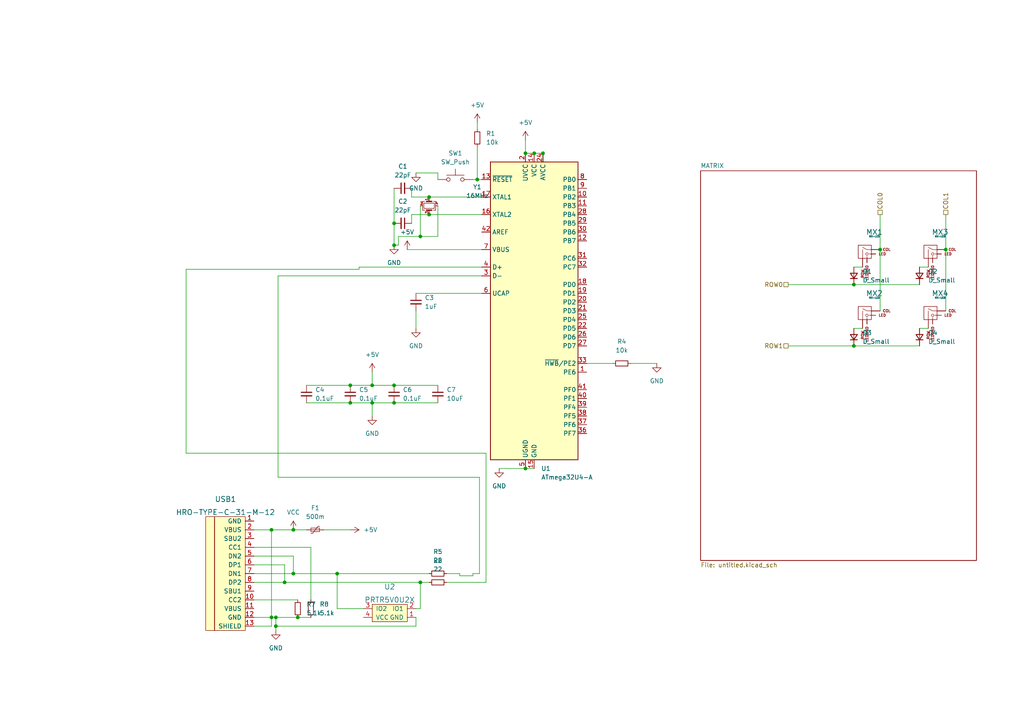
<source format=kicad_sch>
(kicad_sch (version 20211123) (generator eeschema)
  (paper "A4")
  (lib_symbols
    (symbol "Device:C_Small" (pin_numbers hide) (pin_names (offset 0.254) hide)
      (property "Reference" "C" (at 0.254 1.778 0))
      (property "Value" "C_Small" (at 0.254 -2.032 0))
      (symbol "C_Small_0_1"
        (polyline (pts (xy -1.524 -0.508) (xy 1.524 -0.508)) (stroke (width 0.3302)))
        (polyline (pts (xy -1.524 0.508) (xy 1.524 0.508)) (stroke (width 0.3048)))
      )
      (symbol "C_Small_1_1"
        (pin passive line (at 0 2.54 270) (length 2.032) (name "~") (number "1"))
        (pin passive line (at 0 -2.54 90) (length 2.032) (name "~") (number "2"))
      )
    )
    (symbol "Device:Crystal_GND24_Small" (pin_names (offset 1.016) hide)
      (property "Reference" "Y" (at 1.27 4.445 0))
      (property "Value" "Crystal_GND24_Small" (at 1.27 2.54 0))
      (symbol "Crystal_GND24_Small_0_1"
        (rectangle (start -0.762 -1.524) (end 0.762 1.524))
        (polyline (pts (xy -1.27 -0.762) (xy -1.27 0.762)) (stroke (width 0.381)))
        (polyline (pts (xy 1.27 -0.762) (xy 1.27 0.762)) (stroke (width 0.381)))
        (polyline (pts (xy -1.27 -1.27) (xy -1.27 -1.905) (xy 1.27 -1.905) (xy 1.27 -1.27)))
        (polyline (pts (xy -1.27 1.27) (xy -1.27 1.905) (xy 1.27 1.905) (xy 1.27 1.27)))
      )
      (symbol "Crystal_GND24_Small_1_1"
        (pin passive line (at -2.54 0 0) (length 1.27) (name "1") (number "1"))
        (pin passive line (at 0 -2.54 90) (length 0.635) (name "2") (number "2"))
        (pin passive line (at 2.54 0 180) (length 1.27) (name "3") (number "3"))
        (pin passive line (at 0 2.54 270) (length 0.635) (name "4") (number "4"))
      )
    )
    (symbol "Device:D_Small" (pin_numbers hide) (pin_names (offset 0.254) hide)
      (property "Reference" "D" (at -1.27 2.032 0))
      (property "Value" "D_Small" (at -3.81 -2.032 0))
      (symbol "D_Small_0_1"
        (polyline (pts (xy -0.762 -1.016) (xy -0.762 1.016)) (stroke (width 0.254)))
        (polyline (pts (xy -0.762 0) (xy 0.762 0)))
        (polyline (pts (xy 0.762 -1.016) (xy -0.762 0) (xy 0.762 1.016) (xy 0.762 -1.016)) (stroke (width 0.254)))
      )
      (symbol "D_Small_1_1"
        (pin passive line (at -2.54 0 0) (length 1.778) (name "K") (number "1"))
        (pin passive line (at 2.54 0 180) (length 1.778) (name "A") (number "2"))
      )
    )
    (symbol "Device:Polyfuse_Small" (pin_numbers hide) (pin_names (offset 0))
      (property "Reference" "F" (at -1.905 0 90))
      (property "Value" "Polyfuse_Small" (at 1.905 0 90))
      (symbol "Polyfuse_Small_0_1"
        (rectangle (start -0.508 1.27) (end 0.508 -1.27))
        (polyline (pts (xy 0 2.54) (xy 0 -2.54)))
        (polyline (pts (xy -1.016 1.27) (xy -1.016 0.762) (xy 1.016 -0.762) (xy 1.016 -1.27)))
      )
      (symbol "Polyfuse_Small_1_1"
        (pin passive line (at 0 2.54 270) (length 0.635) (name "~") (number "1"))
        (pin passive line (at 0 -2.54 90) (length 0.635) (name "~") (number "2"))
      )
    )
    (symbol "Device:R_Small" (pin_numbers hide) (pin_names (offset 0.254) hide)
      (property "Reference" "R" (at 0.762 0.508 0))
      (property "Value" "R_Small" (at 0.762 -1.016 0))
      (symbol "R_Small_0_1"
        (rectangle (start -0.762 1.778) (end 0.762 -1.778) (stroke (width 0.2032)))
      )
      (symbol "R_Small_1_1"
        (pin passive line (at 0 2.54 270) (length 0.762) (name "~") (number "1"))
        (pin passive line (at 0 -2.54 90) (length 0.762) (name "~") (number "2"))
      )
    )
    (symbol "MCU_Microchip_ATmega:ATmega32U4-A"
      (property "Reference" "U" (at -12.7 44.45 0))
      (property "Value" "ATmega32U4-A" (at 2.54 -44.45 0))
      (symbol "ATmega32U4-A_0_1"
        (rectangle (start -12.7 -43.18) (end 12.7 43.18) (stroke (width 0.254)) (fill (type background)))
      )
      (symbol "ATmega32U4-A_1_1"
        (pin bidirectional line (at 15.24 -17.78 180) (length 2.54) (name "PE6") (number "1"))
        (pin bidirectional line (at 15.24 33.02 180) (length 2.54) (name "PB2") (number "10"))
        (pin bidirectional line (at 15.24 30.48 180) (length 2.54) (name "PB3") (number "11"))
        (pin bidirectional line (at 15.24 20.32 180) (length 2.54) (name "PB7") (number "12"))
        (pin input line (at -15.24 38.1 0) (length 2.54) (name "~{RESET}") (number "13"))
        (pin power_in line (at 0 45.72 270) (length 2.54) (name "VCC") (number "14"))
        (pin power_in line (at 0 -45.72 90) (length 2.54) (name "GND") (number "15"))
        (pin output line (at -15.24 27.94 0) (length 2.54) (name "XTAL2") (number "16"))
        (pin input line (at -15.24 33.02 0) (length 2.54) (name "XTAL1") (number "17"))
        (pin bidirectional line (at 15.24 7.62 180) (length 2.54) (name "PD0") (number "18"))
        (pin bidirectional line (at 15.24 5.08 180) (length 2.54) (name "PD1") (number "19"))
        (pin power_in line (at -2.54 45.72 270) (length 2.54) (name "UVCC") (number "2"))
        (pin bidirectional line (at 15.24 2.54 180) (length 2.54) (name "PD2") (number "20"))
        (pin bidirectional line (at 15.24 0 180) (length 2.54) (name "PD3") (number "21"))
        (pin bidirectional line (at 15.24 -5.08 180) (length 2.54) (name "PD5") (number "22"))
        (pin passive line (at 0 -45.72 90) (length 2.54) hide (name "GND") (number "23"))
        (pin power_in line (at 2.54 45.72 270) (length 2.54) (name "AVCC") (number "24"))
        (pin bidirectional line (at 15.24 -2.54 180) (length 2.54) (name "PD4") (number "25"))
        (pin bidirectional line (at 15.24 -7.62 180) (length 2.54) (name "PD6") (number "26"))
        (pin bidirectional line (at 15.24 -10.16 180) (length 2.54) (name "PD7") (number "27"))
        (pin bidirectional line (at 15.24 27.94 180) (length 2.54) (name "PB4") (number "28"))
        (pin bidirectional line (at 15.24 25.4 180) (length 2.54) (name "PB5") (number "29"))
        (pin bidirectional line (at -15.24 10.16 0) (length 2.54) (name "D-") (number "3"))
        (pin bidirectional line (at 15.24 22.86 180) (length 2.54) (name "PB6") (number "30"))
        (pin bidirectional line (at 15.24 15.24 180) (length 2.54) (name "PC6") (number "31"))
        (pin bidirectional line (at 15.24 12.7 180) (length 2.54) (name "PC7") (number "32"))
        (pin bidirectional line (at 15.24 -15.24 180) (length 2.54) (name "~{HWB}/PE2") (number "33"))
        (pin passive line (at 0 45.72 270) (length 2.54) hide (name "VCC") (number "34"))
        (pin passive line (at 0 -45.72 90) (length 2.54) hide (name "GND") (number "35"))
        (pin bidirectional line (at 15.24 -35.56 180) (length 2.54) (name "PF7") (number "36"))
        (pin bidirectional line (at 15.24 -33.02 180) (length 2.54) (name "PF6") (number "37"))
        (pin bidirectional line (at 15.24 -30.48 180) (length 2.54) (name "PF5") (number "38"))
        (pin bidirectional line (at 15.24 -27.94 180) (length 2.54) (name "PF4") (number "39"))
        (pin bidirectional line (at -15.24 12.7 0) (length 2.54) (name "D+") (number "4"))
        (pin bidirectional line (at 15.24 -25.4 180) (length 2.54) (name "PF1") (number "40"))
        (pin bidirectional line (at 15.24 -22.86 180) (length 2.54) (name "PF0") (number "41"))
        (pin passive line (at -15.24 22.86 0) (length 2.54) (name "AREF") (number "42"))
        (pin passive line (at 0 -45.72 90) (length 2.54) hide (name "GND") (number "43"))
        (pin passive line (at 2.54 45.72 270) (length 2.54) hide (name "AVCC") (number "44"))
        (pin passive line (at -2.54 -45.72 90) (length 2.54) (name "UGND") (number "5"))
        (pin passive line (at -15.24 5.08 0) (length 2.54) (name "UCAP") (number "6"))
        (pin input line (at -15.24 17.78 0) (length 2.54) (name "VBUS") (number "7"))
        (pin bidirectional line (at 15.24 38.1 180) (length 2.54) (name "PB0") (number "8"))
        (pin bidirectional line (at 15.24 35.56 180) (length 2.54) (name "PB1") (number "9"))
      )
    )
    (symbol "MX_Alps_Hybrid:MX-LED" (pin_names (offset 1.016))
      (property "Reference" "MX" (at -0.635 3.81 0))
      (property "Value" "MX-LED" (at -0.635 1.27 0))
      (symbol "MX-LED_0_0"
        (rectangle (start -2.54 2.54) (end 1.27 -1.27))
        (polyline (pts (xy -1.27 -1.27) (xy -1.27 1.27)) (stroke (width 0.127)))
        (polyline (pts (xy 0 -1.27) (xy 0 -0.635)) (stroke (width 0.127)))
        (polyline (pts (xy 1.27 0) (xy 0.635 0)) (stroke (width 0.127)))
        (polyline (pts (xy 1.27 1.27) (xy 0 1.27) (xy -1.27 1.905)) (stroke (width 0.127)))
        (circle (center 0 0) (radius 0.3556) (stroke (width 0.127)))
        (text "COL" (at 5.715 1.27 0) (effects (font (size 0.762 0.762))))
        (text "LED" (at 4.445 0 0) (effects (font (size 0.762 0.762))))
        (text "ROW" (at -1.27 -4.445 900) (effects (font (size 0.762 0.762)) (justify right)))
      )
      (symbol "MX-LED_1_0"
        (text "LEDGND" (at 0 -3.175 900) (effects (font (size 0.762 0.762)) (justify right)))
      )
      (symbol "MX-LED_1_1"
        (pin passive line (at 3.81 1.27 180) (length 2.54) (name "COL") (number "1"))
        (pin passive line (at -1.27 -3.81 90) (length 2.54) (name "ROW") (number "2"))
        (pin input line (at 2.54 0 180) (length 1.27) (name "LED") (number "3"))
        (pin passive line (at 0 -2.54 90) (length 1.27) (name "LEDGND") (number "4"))
      )
    )
    (symbol "Switch:SW_Push" (pin_numbers hide) (pin_names (offset 1.016) hide)
      (property "Reference" "SW" (at 1.27 2.54 0))
      (property "Value" "SW_Push" (at 0 -1.524 0))
      (symbol "SW_Push_0_1"
        (circle (center -2.032 0) (radius 0.508))
        (polyline (pts (xy 0 1.27) (xy 0 3.048)))
        (polyline (pts (xy 2.54 1.27) (xy -2.54 1.27)))
        (circle (center 2.032 0) (radius 0.508))
        (pin passive line (at -5.08 0 0) (length 2.54) (name "1") (number "1"))
        (pin passive line (at 5.08 0 180) (length 2.54) (name "2") (number "2"))
      )
    )
    (symbol "Type-C:HRO-TYPE-C-31-M-12" (pin_names (offset 1.016))
      (property "Reference" "USB" (at -5.08 16.51 0))
      (property "Value" "HRO-TYPE-C-31-M-12" (at -10.16 -1.27 90))
      (symbol "HRO-TYPE-C-31-M-12_0_1"
        (rectangle (start -11.43 15.24) (end -8.89 -17.78) (fill (type background)))
        (rectangle (start 0 -17.78) (end -8.89 15.24) (fill (type background)))
      )
      (symbol "HRO-TYPE-C-31-M-12_1_1"
        (pin input line (at 2.54 13.97 180) (length 2.54) (name "GND") (number "1"))
        (pin input line (at 2.54 -8.89 180) (length 2.54) (name "CC2") (number "10"))
        (pin input line (at 2.54 -11.43 180) (length 2.54) (name "VBUS") (number "11"))
        (pin input line (at 2.54 -13.97 180) (length 2.54) (name "GND") (number "12"))
        (pin input line (at 2.54 -16.51 180) (length 2.54) (name "SHIELD") (number "13"))
        (pin input line (at 2.54 11.43 180) (length 2.54) (name "VBUS") (number "2"))
        (pin input line (at 2.54 8.89 180) (length 2.54) (name "SBU2") (number "3"))
        (pin input line (at 2.54 6.35 180) (length 2.54) (name "CC1") (number "4"))
        (pin input line (at 2.54 3.81 180) (length 2.54) (name "DN2") (number "5"))
        (pin input line (at 2.54 1.27 180) (length 2.54) (name "DP1") (number "6"))
        (pin input line (at 2.54 -1.27 180) (length 2.54) (name "DN1") (number "7"))
        (pin input line (at 2.54 -3.81 180) (length 2.54) (name "DP2") (number "8"))
        (pin input line (at 2.54 -6.35 180) (length 2.54) (name "SBU1") (number "9"))
      )
    )
    (symbol "power:+5V" (power) (pin_names (offset 0))
      (property "Value" "+5V" (at 0 3.556 0))
      (symbol "+5V_0_1"
        (polyline (pts (xy -0.762 1.27) (xy 0 2.54)))
        (polyline (pts (xy 0 0) (xy 0 2.54)))
        (polyline (pts (xy 0 2.54) (xy 0.762 1.27)))
      )
      (symbol "+5V_1_1"
        (pin power_in line (at 0 0 90) (length 0) hide (name "+5V") (number "1"))
      )
    )
    (symbol "power:GND" (power) (pin_names (offset 0))
      (property "Value" "GND" (at 0 -3.81 0))
      (symbol "GND_0_1"
        (polyline (pts (xy 0 0) (xy 0 -1.27) (xy 1.27 -1.27) (xy 0 -2.54) (xy -1.27 -1.27) (xy 0 -1.27)))
      )
      (symbol "GND_1_1"
        (pin power_in line (at 0 0 270) (length 0) hide (name "GND") (number "1"))
      )
    )
    (symbol "power:VCC" (power) (pin_names (offset 0))
      (property "Value" "VCC" (at 0 3.81 0))
      (symbol "VCC_0_1"
        (polyline (pts (xy -0.762 1.27) (xy 0 2.54)))
        (polyline (pts (xy 0 0) (xy 0 2.54)))
        (polyline (pts (xy 0 2.54) (xy 0.762 1.27)))
      )
      (symbol "VCC_1_1"
        (pin power_in line (at 0 0 90) (length 0) hide (name "VCC") (number "1"))
      )
    )
    (symbol "random-keyboard-parts:PRTR5V0U2X" (pin_names (offset 1.016))
      (property "Reference" "U" (at 0 3.81 0))
      (property "Value" "PRTR5V0U2X" (at 0 -3.81 0))
      (symbol "PRTR5V0U2X_0_1"
        (rectangle (start -5.08 2.54) (end 5.08 -2.54) (fill (type background)))
      )
      (symbol "PRTR5V0U2X_1_1"
        (pin input line (at -7.62 1.27 0) (length 2.54) (name "GND") (number "1"))
        (pin input line (at -7.62 -1.27 0) (length 2.54) (name "IO1") (number "2"))
        (pin input line (at 7.62 -1.27 180) (length 2.54) (name "IO2") (number "3"))
        (pin input line (at 7.62 1.27 180) (length 2.54) (name "VCC") (number "4"))
      )
    )
  )
  (junction (at 157.48 44.45))
  (junction (at 138.43 52.07))
  (junction (at 114.3 111.76))
  (junction (at 114.3 71.12))
  (junction (at 85.09 166.37))
  (junction (at 86.36 179.07))
  (junction (at 85.09 153.67))
  (junction (at 154.94 44.45))
  (junction (at 274.32 72.39))
  (junction (at 101.6 111.76))
  (junction (at 121.92 168.91))
  (junction (at 82.55 168.91))
  (junction (at 247.65 100.33))
  (junction (at 247.65 82.55))
  (junction (at 152.4 44.45))
  (junction (at 114.3 64.77))
  (junction (at 152.4 135.89))
  (junction (at 97.79 166.37))
  (junction (at 80.01 179.07))
  (junction (at 114.3 116.84))
  (junction (at 78.74 179.07))
  (junction (at 101.6 116.84))
  (junction (at 107.95 116.84))
  (junction (at 80.01 181.61))
  (junction (at 124.46 57.15))
  (junction (at 107.95 111.76))
  (junction (at 255.27 72.39))
  (junction (at 124.46 62.23))
  (junction (at 78.74 153.67))
  (junction (at 121.92 68.58))
  (wire (pts (xy 129.54 168.91) (xy 140.97 168.91)))
  (wire (pts (xy 228.6 82.55) (xy 247.65 82.55)))
  (wire (pts (xy 73.66 181.61) (xy 78.74 181.61)))
  (wire (pts (xy 255.27 72.39) (xy 255.27 90.17)))
  (wire (pts (xy 53.975 131.445) (xy 53.975 78.105)))
  (wire (pts (xy 144.78 135.89) (xy 152.4 135.89)))
  (wire (pts (xy 78.74 153.67) (xy 85.09 153.67)))
  (wire (pts (xy 73.66 173.99) (xy 86.36 173.99)))
  (wire (pts (xy 124.46 62.23) (xy 139.7 62.23)))
  (wire (pts (xy 152.4 44.45) (xy 154.94 44.45)))
  (wire (pts (xy 114.3 54.61) (xy 114.3 64.77)))
  (wire (pts (xy 121.92 59.69) (xy 121.92 68.58)))
  (wire (pts (xy 140.97 131.445) (xy 53.975 131.445)))
  (wire (pts (xy 104.14 77.47) (xy 139.7 77.47)))
  (wire (pts (xy 182.88 105.41) (xy 190.5 105.41)))
  (wire (pts (xy 114.3 71.12) (xy 115.57 71.12)))
  (wire (pts (xy 80.01 179.07) (xy 80.01 181.61)))
  (wire (pts (xy 115.57 68.58) (xy 115.57 71.12)))
  (wire (pts (xy 119.38 62.23) (xy 119.38 64.77)))
  (wire (pts (xy 119.38 54.61) (xy 119.38 57.15)))
  (wire (pts (xy 90.17 158.75) (xy 90.17 173.99)))
  (wire (pts (xy 88.9 116.84) (xy 101.6 116.84)))
  (wire (pts (xy 127 52.07) (xy 127 50.165)))
  (wire (pts (xy 73.66 166.37) (xy 85.09 166.37)))
  (wire (pts (xy 274.32 62.23) (xy 274.32 72.39)))
  (wire (pts (xy 138.43 42.545) (xy 138.43 52.07)))
  (wire (pts (xy 247.65 77.47) (xy 250.19 77.47)))
  (wire (pts (xy 80.645 80.01) (xy 139.7 80.01)))
  (wire (pts (xy 85.09 161.29) (xy 85.09 166.37)))
  (wire (pts (xy 53.975 78.105) (xy 104.14 78.105)))
  (wire (pts (xy 137.16 52.07) (xy 138.43 52.07)))
  (wire (pts (xy 124.46 57.15) (xy 139.7 57.15)))
  (wire (pts (xy 120.65 50.165) (xy 127 50.165)))
  (wire (pts (xy 157.48 44.45) (xy 157.48 46.99)))
  (wire (pts (xy 73.66 168.91) (xy 82.55 168.91)))
  (wire (pts (xy 121.92 168.91) (xy 124.46 168.91)))
  (wire (pts (xy 124.46 57.15) (xy 119.38 57.15)))
  (wire (pts (xy 86.36 179.07) (xy 90.17 179.07)))
  (wire (pts (xy 266.7 77.47) (xy 269.24 77.47)))
  (wire (pts (xy 137.16 166.37) (xy 137.16 167.005)))
  (wire (pts (xy 107.95 116.84) (xy 114.3 116.84)))
  (wire (pts (xy 152.4 40.64) (xy 152.4 44.45)))
  (wire (pts (xy 138.43 52.07) (xy 139.7 52.07)))
  (wire (pts (xy 73.66 158.75) (xy 90.17 158.75)))
  (wire (pts (xy 73.66 179.07) (xy 78.74 179.07)))
  (wire (pts (xy 133.35 167.005) (xy 133.35 166.37)))
  (wire (pts (xy 105.41 176.53) (xy 97.79 176.53)))
  (wire (pts (xy 73.66 161.29) (xy 85.09 161.29)))
  (wire (pts (xy 120.65 181.61) (xy 80.01 181.61)))
  (wire (pts (xy 82.55 168.91) (xy 121.92 168.91)))
  (wire (pts (xy 140.97 168.91) (xy 140.97 131.445)))
  (wire (pts (xy 80.645 138.43) (xy 139.065 138.43)))
  (wire (pts (xy 97.79 176.53) (xy 97.79 166.37)))
  (wire (pts (xy 88.9 111.76) (xy 101.6 111.76)))
  (wire (pts (xy 118.11 72.39) (xy 139.7 72.39)))
  (wire (pts (xy 120.65 85.09) (xy 139.7 85.09)))
  (wire (pts (xy 170.18 105.41) (xy 177.8 105.41)))
  (wire (pts (xy 80.01 179.07) (xy 86.36 179.07)))
  (wire (pts (xy 114.3 116.84) (xy 127 116.84)))
  (wire (pts (xy 107.95 111.76) (xy 114.3 111.76)))
  (wire (pts (xy 80.645 80.01) (xy 80.645 138.43)))
  (wire (pts (xy 127 68.58) (xy 121.92 68.58)))
  (wire (pts (xy 228.6 100.33) (xy 247.65 100.33)))
  (wire (pts (xy 152.4 135.89) (xy 154.94 135.89)))
  (wire (pts (xy 137.16 167.005) (xy 133.35 167.005)))
  (wire (pts (xy 120.65 176.53) (xy 121.92 176.53)))
  (wire (pts (xy 124.46 62.23) (xy 119.38 62.23)))
  (wire (pts (xy 154.94 44.45) (xy 157.48 44.45)))
  (wire (pts (xy 138.43 35.56) (xy 138.43 37.465)))
  (wire (pts (xy 139.065 166.37) (xy 137.16 166.37)))
  (wire (pts (xy 78.74 153.67) (xy 78.74 179.07)))
  (wire (pts (xy 85.09 166.37) (xy 97.79 166.37)))
  (wire (pts (xy 107.95 107.95) (xy 107.95 111.76)))
  (wire (pts (xy 120.65 179.07) (xy 120.65 181.61)))
  (wire (pts (xy 93.98 153.67) (xy 101.6 153.67)))
  (wire (pts (xy 121.92 176.53) (xy 121.92 168.91)))
  (wire (pts (xy 104.14 78.105) (xy 104.14 77.47)))
  (wire (pts (xy 78.74 179.07) (xy 80.01 179.07)))
  (wire (pts (xy 266.7 95.25) (xy 269.24 95.25)))
  (wire (pts (xy 101.6 116.84) (xy 107.95 116.84)))
  (wire (pts (xy 139.065 138.43) (xy 139.065 166.37)))
  (wire (pts (xy 78.74 179.07) (xy 78.74 181.61)))
  (wire (pts (xy 73.66 163.83) (xy 82.55 163.83)))
  (wire (pts (xy 247.65 95.25) (xy 250.19 95.25)))
  (wire (pts (xy 255.27 62.23) (xy 255.27 72.39)))
  (wire (pts (xy 120.65 90.17) (xy 120.65 95.25)))
  (wire (pts (xy 82.55 163.83) (xy 82.55 168.91)))
  (wire (pts (xy 107.95 116.84) (xy 107.95 120.65)))
  (wire (pts (xy 129.54 166.37) (xy 133.35 166.37)))
  (wire (pts (xy 97.79 166.37) (xy 124.46 166.37)))
  (wire (pts (xy 80.01 181.61) (xy 80.01 182.88)))
  (wire (pts (xy 114.3 111.76) (xy 127 111.76)))
  (wire (pts (xy 127 59.69) (xy 127 68.58)))
  (wire (pts (xy 274.32 72.39) (xy 274.32 90.17)))
  (wire (pts (xy 73.66 153.67) (xy 78.74 153.67)))
  (wire (pts (xy 247.65 100.33) (xy 266.7 100.33)))
  (wire (pts (xy 85.09 153.67) (xy 88.9 153.67)))
  (wire (pts (xy 101.6 111.76) (xy 107.95 111.76)))
  (wire (pts (xy 247.65 82.55) (xy 266.7 82.55)))
  (wire (pts (xy 121.92 68.58) (xy 115.57 68.58)))
  (wire (pts (xy 114.3 64.77) (xy 114.3 71.12)))
  (hierarchical_label "COL0" (shape passive) (at 255.27 62.23 90))
  (hierarchical_label "ROW0" (shape passive) (at 228.6 82.55 180))
  (hierarchical_label "COL1" (shape passive) (at 274.32 62.23 90))
  (hierarchical_label "ROW1" (shape passive) (at 228.6 100.33 180))
  (symbol (lib_id "Device:D_Small") (at 247.65 80.01 90) (unit 1)
    (property "Reference" "D1" (at 250.19 78.7399 90) (effects (justify right)))
    (property "Value" "D_Small" (at 250.19 81.2799 90) (effects (justify right)))
    (property "Footprint" "Diode_SMD:D_SOD-123" (effects hide))
  )
  (symbol (lib_id "power:GND") (at 120.65 95.25 0) (unit 1)
    (property "Reference" "#PWR0107" (effects hide))
    (property "Value" "GND" (at 120.65 100.33 0))
  )
  (symbol (lib_id "Device:D_Small") (at 247.65 97.79 90) (unit 1)
    (property "Reference" "D3" (at 250.19 96.5199 90) (effects (justify right)))
    (property "Value" "D_Small" (at 250.19 99.0599 90) (effects (justify right)))
    (property "Footprint" "Diode_SMD:D_SOD-123" (effects hide))
  )
  (symbol (lib_id "power:GND") (at 120.65 50.165 0) (unit 1)
    (property "Reference" "#PWR0103" (effects hide))
    (property "Value" "GND" (at 120.65 54.61 0))
  )
  (symbol (lib_id "Device:R_Small") (at 127 168.91 90) (unit 1)
    (property "Reference" "R6" (at 127 162.56 90))
    (property "Value" "22" (at 127 165.1 90))
    (property "Footprint" "Resistor_SMD:R_0805_2012Metric" (effects hide))
  )
  (symbol (lib_id "Device:Polyfuse_Small") (at 91.44 153.67 90) (unit 1)
    (property "Reference" "F1" (at 91.44 147.32 90))
    (property "Value" "500m" (at 91.44 149.86 90))
    (property "Footprint" "Fuse:Fuse_1206_3216Metric_Pad1.42x1.75mm_HandSolder" (effects hide))
  )
  (symbol (lib_id "Device:R_Small") (at 138.43 40.005 0) (unit 1)
    (property "Reference" "R1" (at 140.97 38.7349 0) (effects (justify left)))
    (property "Value" "10k" (at 140.97 41.2749 0) (effects (justify left)))
    (property "Footprint" "Resistor_SMD:R_0805_2012Metric" (effects hide))
  )
  (symbol (lib_id "random-keyboard-parts:PRTR5V0U2X") (at 113.03 177.8 180) (unit 1)
    (property "Reference" "U2" (at 113.03 170.18 0) (effects (font (size 1.524 1.524))))
    (property "Value" "PRTR5V0U2X" (at 113.03 173.99 0) (effects (font (size 1.524 1.524))))
    (property "Footprint" "random-keyboard-parts:SOT143B" (effects hide))
  )
  (symbol (lib_id "Device:R_Small") (at 86.36 176.53 180) (unit 1)
    (property "Reference" "R7" (at 88.9 175.2599 0) (effects (justify right)))
    (property "Value" "5.1k" (at 88.9 177.7999 0) (effects (justify right)))
    (property "Footprint" "Resistor_SMD:R_0805_2012Metric" (effects hide))
  )
  (symbol (lib_id "Device:C_Small") (at 114.3 114.3 0) (unit 1)
    (property "Reference" "C6" (at 116.84 113.0362 0) (effects (justify left)))
    (property "Value" "0.1uF" (at 116.84 115.5762 0) (effects (justify left)))
    (property "Footprint" "Capacitor_SMD:C_0805_2012Metric" (effects hide))
  )
  (symbol (lib_id "Device:D_Small") (at 266.7 80.01 90) (unit 1)
    (property "Reference" "D2" (at 269.24 78.7399 90) (effects (justify right)))
    (property "Value" "D_Small" (at 269.24 81.2799 90) (effects (justify right)))
    (property "Footprint" "Diode_SMD:D_SOD-123" (effects hide))
  )
  (symbol (lib_id "power:GND") (at 190.5 105.41 0) (unit 1)
    (property "Reference" "#PWR0106" (effects hide))
    (property "Value" "GND" (at 190.5 110.49 0))
  )
  (symbol (lib_id "Device:R_Small") (at 180.34 105.41 90) (unit 1)
    (property "Reference" "R4" (at 180.34 99.06 90))
    (property "Value" "10k" (at 180.34 101.6 90))
    (property "Footprint" "Resistor_SMD:R_0805_2012Metric" (effects hide))
  )
  (symbol (lib_id "Device:D_Small") (at 266.7 97.79 90) (unit 1)
    (property "Reference" "D4" (at 269.24 96.5199 90) (effects (justify right)))
    (property "Value" "D_Small" (at 269.24 99.0599 90) (effects (justify right)))
    (property "Footprint" "Diode_SMD:D_SOD-123" (effects hide))
  )
  (symbol (lib_id "Switch:SW_Push") (at 132.08 52.07 0) (unit 1)
    (property "Reference" "SW1" (at 132.08 44.45 0))
    (property "Value" "SW_Push" (at 132.08 46.99 0))
    (property "Footprint" "random-keyboard-parts:SKQG-1155865" (effects hide))
  )
  (symbol (lib_id "MX_Alps_Hybrid:MX-LED") (at 251.46 73.66 0) (unit 1)
    (property "Reference" "MX1" (at 253.6156 67.31 0) (effects (font (size 1.524 1.524))))
    (property "Value" "MX-LED" (at 253.6156 68.58 0) (effects (font (size 0.508 0.508))))
    (property "Footprint" "MX_Alps_Hybrid:MX-1U" (effects hide))
  )
  (symbol (lib_id "power:GND") (at 80.01 182.88 0) (unit 1)
    (property "Reference" "#PWR0113" (effects hide))
    (property "Value" "GND" (at 80.01 187.96 0))
  )
  (symbol (lib_id "Device:R_Small") (at 90.17 176.53 180) (unit 1)
    (property "Reference" "R8" (at 92.71 175.2599 0) (effects (justify right)))
    (property "Value" "5.1k" (at 92.71 177.7999 0) (effects (justify right)))
    (property "Footprint" "Resistor_SMD:R_0805_2012Metric" (effects hide))
  )
  (symbol (lib_id "Device:C_Small") (at 116.84 64.77 270) (unit 1)
    (property "Reference" "C2" (at 116.8336 58.42 90))
    (property "Value" "22pF" (at 116.8336 60.96 90))
    (property "Footprint" "Capacitor_SMD:C_0805_2012Metric" (effects hide))
  )
  (symbol (lib_id "Type-C:HRO-TYPE-C-31-M-12") (at 71.12 165.1 0) (unit 1)
    (property "Reference" "USB1" (at 65.405 144.78 0) (effects (font (size 1.524 1.524))))
    (property "Value" "HRO-TYPE-C-31-M-12" (at 65.405 148.59 0) (effects (font (size 1.524 1.524))))
    (property "Footprint" "Type-C:HRO-TYPE-C-31-M-12-HandSoldering" (effects hide))
  )
  (symbol (lib_id "power:GND") (at 114.3 71.12 0) (unit 1)
    (property "Reference" "#PWR0102" (effects hide))
    (property "Value" "GND" (at 114.3 76.2 0))
  )
  (symbol (lib_id "MX_Alps_Hybrid:MX-LED") (at 270.51 91.44 0) (unit 1)
    (property "Reference" "MX4" (at 272.6656 85.09 0) (effects (font (size 1.524 1.524))))
    (property "Value" "MX-LED" (at 272.6656 86.36 0) (effects (font (size 0.508 0.508))))
    (property "Footprint" "MX_Alps_Hybrid:MX-1U" (effects hide))
  )
  (symbol (lib_id "MX_Alps_Hybrid:MX-LED") (at 251.46 91.44 0) (unit 1)
    (property "Reference" "MX2" (at 253.6156 85.09 0) (effects (font (size 1.524 1.524))))
    (property "Value" "MX-LED" (at 253.6156 86.36 0) (effects (font (size 0.508 0.508))))
    (property "Footprint" "MX_Alps_Hybrid:MX-1U" (effects hide))
  )
  (symbol (lib_id "Device:C_Small") (at 127 114.3 0) (unit 1)
    (property "Reference" "C7" (at 129.54 113.0362 0) (effects (justify left)))
    (property "Value" "10uF" (at 129.54 115.5762 0) (effects (justify left)))
    (property "Footprint" "Capacitor_SMD:C_0805_2012Metric" (effects hide))
  )
  (symbol (lib_id "Device:C_Small") (at 116.84 54.61 90) (unit 1)
    (property "Reference" "C1" (at 116.8463 48.26 90))
    (property "Value" "22pF" (at 116.8463 50.8 90))
    (property "Footprint" "Capacitor_SMD:C_0805_2012Metric" (effects hide))
  )
  (symbol (lib_id "Device:C_Small") (at 101.6 114.3 0) (unit 1)
    (property "Reference" "C5" (at 104.14 113.0362 0) (effects (justify left)))
    (property "Value" "0.1uF" (at 104.14 115.5762 0) (effects (justify left)))
    (property "Footprint" "Capacitor_SMD:C_0805_2012Metric" (effects hide))
  )
  (symbol (lib_id "MX_Alps_Hybrid:MX-LED") (at 270.51 73.66 0) (unit 1)
    (property "Reference" "MX3" (at 272.6656 67.31 0) (effects (font (size 1.524 1.524))))
    (property "Value" "MX-LED" (at 272.6656 68.58 0) (effects (font (size 0.508 0.508))))
    (property "Footprint" "MX_Alps_Hybrid:MX-1U" (effects hide))
  )
  (symbol (lib_id "power:GND") (at 144.78 135.89 0) (unit 1)
    (property "Reference" "#PWR0108" (effects hide))
    (property "Value" "GND" (at 144.78 140.97 0))
  )
  (symbol (lib_id "MCU_Microchip_ATmega:ATmega32U4-A") (at 154.94 90.17 0) (unit 1)
    (property "Reference" "U1" (at 156.9594 135.89 0) (effects (justify left)))
    (property "Value" "ATmega32U4-A" (at 156.9594 138.43 0) (effects (justify left)))
    (property "Footprint" "Package_QFP:TQFP-44_10x10mm_P0.8mm" (effects hide))
    (property "Datasheet" "http://ww1.microchip.com/downloads/en/DeviceDoc/Atmel-7766-8-bit-AVR-ATmega16U4-32U4_Datasheet.pdf" (effects hide))
  )
  (symbol (lib_id "power:VCC") (at 85.09 153.67 0) (unit 1)
    (property "Reference" "#PWR0111" (effects hide))
    (property "Value" "VCC" (at 85.09 148.59 0))
  )
  (symbol (lib_id "power:+5V") (at 152.4 40.64 0) (unit 1)
    (property "Reference" "#PWR0105" (effects hide))
    (property "Value" "+5V" (at 152.4 35.56 0))
  )
  (symbol (lib_id "Device:Crystal_GND24_Small") (at 124.46 59.69 270) (unit 1)
    (property "Reference" "Y1" (at 138.43 54.2288 90))
    (property "Value" "16MHz" (at 138.43 56.7688 90))
    (property "Footprint" "Crystal:Crystal_SMD_3225-4Pin_3.2x2.5mm_HandSoldering" (effects hide))
  )
  (symbol (lib_id "power:GND") (at 107.95 120.65 0) (unit 1)
    (property "Reference" "#PWR0110" (effects hide))
    (property "Value" "GND" (at 107.95 125.73 0))
  )
  (symbol (lib_id "Device:C_Small") (at 120.65 87.63 0) (unit 1)
    (property "Reference" "C3" (at 123.19 86.3662 0) (effects (justify left)))
    (property "Value" "1uF" (at 123.19 88.9062 0) (effects (justify left)))
    (property "Footprint" "Capacitor_SMD:C_0805_2012Metric" (effects hide))
  )
  (symbol (lib_id "power:+5V") (at 101.6 153.67 270) (unit 1)
    (property "Reference" "#PWR0112" (effects hide))
    (property "Value" "+5V" (at 105.41 153.6699 90) (effects (justify left)))
  )
  (symbol (lib_id "power:+5V") (at 118.11 72.39 0) (unit 1)
    (property "Reference" "#PWR0101" (effects hide))
    (property "Value" "+5V" (at 118.11 67.31 0))
  )
  (symbol (lib_id "Device:C_Small") (at 88.9 114.3 0) (unit 1)
    (property "Reference" "C4" (at 91.44 113.0362 0) (effects (justify left)))
    (property "Value" "0.1uF" (at 91.44 115.5762 0) (effects (justify left)))
    (property "Footprint" "Capacitor_SMD:C_0805_2012Metric" (effects hide))
  )
  (symbol (lib_id "Device:R_Small") (at 127 166.37 90) (unit 1)
    (property "Reference" "R5" (at 127 160.02 90))
    (property "Value" "22" (at 127 162.56 90))
    (property "Footprint" "Resistor_SMD:R_0805_2012Metric" (effects hide))
  )
  (symbol (lib_id "power:+5V") (at 107.95 107.95 0) (unit 1)
    (property "Reference" "#PWR0109" (effects hide))
    (property "Value" "+5V" (at 107.95 102.87 0))
  )
  (symbol (lib_id "power:+5V") (at 138.43 35.56 0) (unit 1)
    (property "Reference" "#PWR0104" (effects hide))
    (property "Value" "+5V" (at 138.43 30.48 0))
  )
  (sheet (at 203.2 49.53) (size 80.01 113.03) (stroke (width 0.1524))
    (property "Sheet name" "MATRIX" (at 203.2 48.8184 0) (effects (justify left bottom)))
    (property "Sheet file" "untitled.kicad_sch" (at 203.2 163.1446 0) (effects (justify left top)))
  )
)
</source>
